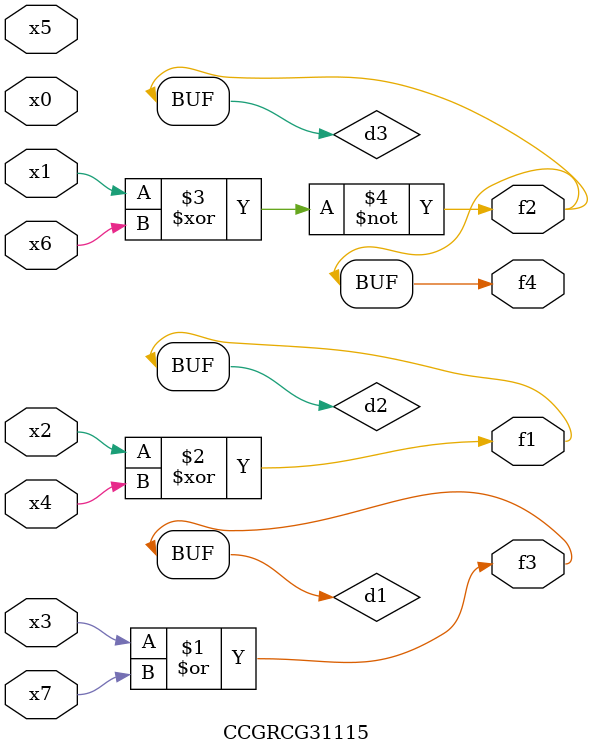
<source format=v>
module CCGRCG31115(
	input x0, x1, x2, x3, x4, x5, x6, x7,
	output f1, f2, f3, f4
);

	wire d1, d2, d3;

	or (d1, x3, x7);
	xor (d2, x2, x4);
	xnor (d3, x1, x6);
	assign f1 = d2;
	assign f2 = d3;
	assign f3 = d1;
	assign f4 = d3;
endmodule

</source>
